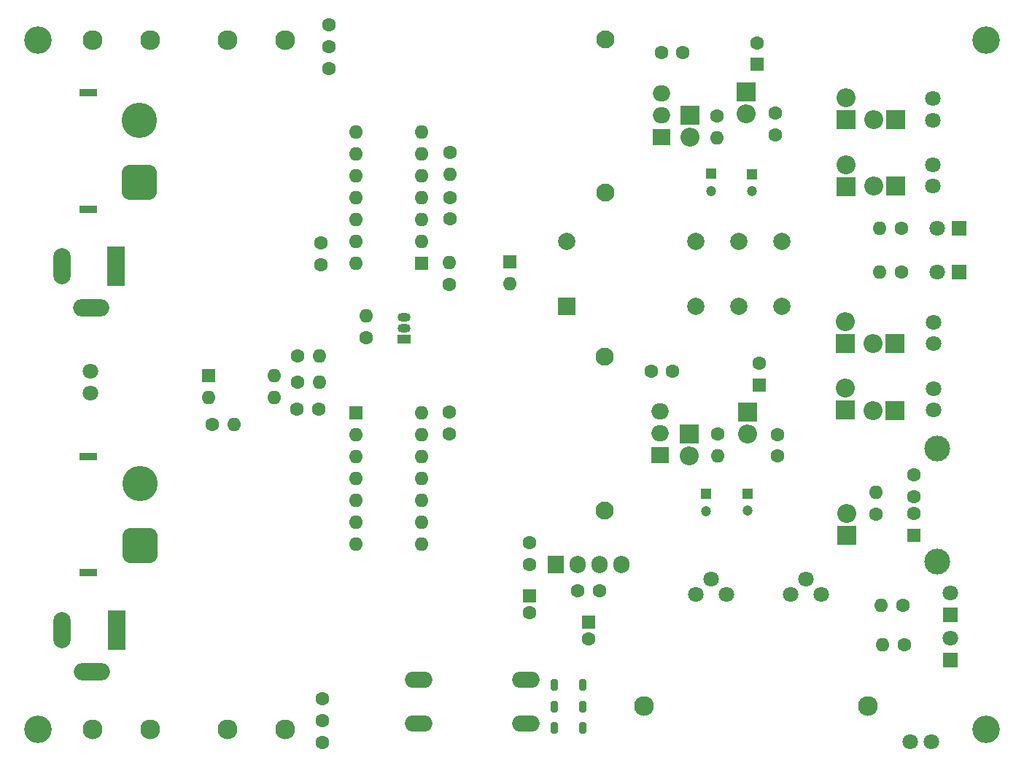
<source format=gbr>
%TF.GenerationSoftware,KiCad,Pcbnew,8.0.3*%
%TF.CreationDate,2024-07-10T23:22:52+09:00*%
%TF.ProjectId,power_6.6V,706f7765-725f-4362-9e36-562e6b696361,rev?*%
%TF.SameCoordinates,PX47868c0PY2faf080*%
%TF.FileFunction,Soldermask,Top*%
%TF.FilePolarity,Negative*%
%FSLAX46Y46*%
G04 Gerber Fmt 4.6, Leading zero omitted, Abs format (unit mm)*
G04 Created by KiCad (PCBNEW 8.0.3) date 2024-07-10 23:22:52*
%MOMM*%
%LPD*%
G01*
G04 APERTURE LIST*
G04 Aperture macros list*
%AMRoundRect*
0 Rectangle with rounded corners*
0 $1 Rounding radius*
0 $2 $3 $4 $5 $6 $7 $8 $9 X,Y pos of 4 corners*
0 Add a 4 corners polygon primitive as box body*
4,1,4,$2,$3,$4,$5,$6,$7,$8,$9,$2,$3,0*
0 Add four circle primitives for the rounded corners*
1,1,$1+$1,$2,$3*
1,1,$1+$1,$4,$5*
1,1,$1+$1,$6,$7*
1,1,$1+$1,$8,$9*
0 Add four rect primitives between the rounded corners*
20,1,$1+$1,$2,$3,$4,$5,0*
20,1,$1+$1,$4,$5,$6,$7,0*
20,1,$1+$1,$6,$7,$8,$9,0*
20,1,$1+$1,$8,$9,$2,$3,0*%
G04 Aperture macros list end*
%ADD10R,1.200000X1.200000*%
%ADD11C,1.200000*%
%ADD12R,2.200000X2.200000*%
%ADD13O,2.200000X2.200000*%
%ADD14C,1.600000*%
%ADD15O,1.600000X1.600000*%
%ADD16R,2.000000X4.600000*%
%ADD17O,2.000000X4.200000*%
%ADD18O,4.200000X2.000000*%
%ADD19R,1.500000X1.050000*%
%ADD20O,1.500000X1.050000*%
%ADD21R,1.800000X1.800000*%
%ADD22C,1.800000*%
%ADD23C,2.100000*%
%ADD24R,1.600000X1.600000*%
%ADD25C,2.000000*%
%ADD26R,2.000000X2.000000*%
%ADD27R,1.905000X2.000000*%
%ADD28O,1.905000X2.000000*%
%ADD29R,2.000000X0.900000*%
%ADD30RoundRect,1.025000X1.025000X-1.025000X1.025000X1.025000X-1.025000X1.025000X-1.025000X-1.025000X0*%
%ADD31C,4.100000*%
%ADD32C,2.300000*%
%ADD33R,1.500000X1.600000*%
%ADD34C,3.000000*%
%ADD35RoundRect,0.181818X-0.218182X-0.468182X0.218182X-0.468182X0.218182X0.468182X-0.218182X0.468182X0*%
%ADD36R,2.000000X1.905000*%
%ADD37O,2.000000X1.905000*%
%ADD38C,3.200000*%
%ADD39O,3.200000X1.900000*%
G04 APERTURE END LIST*
D10*
%TO.C,C9*%
X87376000Y-57676001D03*
D11*
X87376000Y-59676001D03*
%TD*%
D12*
%TO.C,D1*%
X98752766Y-14296400D03*
D13*
X98752766Y-11756400D03*
%TD*%
D14*
%TO.C,R2*%
X35117400Y-41676000D03*
D15*
X37657400Y-41676000D03*
%TD*%
D14*
%TO.C,R7*%
X105232200Y-26873200D03*
D15*
X102692200Y-26873200D03*
%TD*%
D16*
%TO.C,J1*%
X14097000Y-73518000D03*
D17*
X7797000Y-73518000D03*
D18*
X11197000Y-78318000D03*
%TD*%
D19*
%TO.C,Q1*%
X47503400Y-39720200D03*
D20*
X47503400Y-38450200D03*
X47503400Y-37180200D03*
%TD*%
D21*
%TO.C,D6*%
X110850200Y-77001200D03*
D22*
X110850200Y-74461200D03*
%TD*%
D12*
%TO.C,D4*%
X104470200Y-40231400D03*
D13*
X101930200Y-40231400D03*
%TD*%
D23*
%TO.C,REF\u002A\u002A*%
X70749999Y-59600000D03*
X70749999Y-41800000D03*
%TD*%
D24*
%TO.C,C16*%
X68884800Y-72567800D03*
D14*
X68884800Y-74567800D03*
%TD*%
%TO.C,C2*%
X52725800Y-48223400D03*
X52725800Y-50723400D03*
%TD*%
D23*
%TO.C,REF\u002A\u002A*%
X70849999Y-22700000D03*
X70849999Y-4900000D03*
%TD*%
D12*
%TO.C,D15*%
X87350600Y-48234600D03*
D13*
X87350600Y-50774600D03*
%TD*%
D21*
%TO.C,D8*%
X111866600Y-31978600D03*
D22*
X109326600Y-31978600D03*
%TD*%
D12*
%TO.C,D9*%
X98752766Y-22064634D03*
D13*
X98752766Y-19524634D03*
%TD*%
D12*
%TO.C,D2*%
X98670200Y-47931400D03*
D13*
X98670200Y-45391400D03*
%TD*%
D21*
%TO.C,D5*%
X110850200Y-71726200D03*
D22*
X110850200Y-69186200D03*
%TD*%
D25*
%TO.C,K1*%
X86349999Y-35900000D03*
X81349999Y-35900000D03*
X91349999Y-35900000D03*
X86349999Y-28400000D03*
X81349999Y-28400000D03*
X91349999Y-28400000D03*
D26*
X66349999Y-35900000D03*
D25*
X66349999Y-28400000D03*
%TD*%
D24*
%TO.C,U1*%
X24824800Y-43983000D03*
D15*
X24824800Y-46523000D03*
X32444800Y-46523000D03*
X32444800Y-43983000D03*
%TD*%
D12*
%TO.C,D10*%
X98670200Y-40231400D03*
D13*
X98670200Y-37691400D03*
%TD*%
D27*
%TO.C,U6*%
X65074800Y-65867400D03*
D28*
X67614800Y-65867400D03*
X70154800Y-65867400D03*
X72694800Y-65867400D03*
%TD*%
D12*
%TO.C,D11*%
X104521000Y-21996400D03*
D13*
X101981000Y-21996400D03*
%TD*%
D22*
%TO.C,J7*%
X11092600Y-43475200D03*
X11092600Y-45975200D03*
%TD*%
D14*
%TO.C,C6*%
X76163800Y-43484800D03*
X78663800Y-43484800D03*
%TD*%
D10*
%TO.C,C12*%
X83159600Y-20555200D03*
D11*
X83159600Y-22555200D03*
%TD*%
D22*
%TO.C,RV1*%
X84900000Y-69400000D03*
X83103949Y-67603949D03*
X81307898Y-69400000D03*
%TD*%
D14*
%TO.C,R3*%
X35121000Y-44773600D03*
D15*
X37661000Y-44773600D03*
%TD*%
D22*
%TO.C,J11*%
X108901400Y-47964400D03*
X108901400Y-45464400D03*
%TD*%
D14*
%TO.C,C11*%
X77357600Y-6477000D03*
X79857600Y-6477000D03*
%TD*%
%TO.C,C4*%
X37851400Y-31084200D03*
X37851400Y-28584200D03*
%TD*%
D29*
%TO.C,J5*%
X10776600Y-24657000D03*
X10776600Y-11157000D03*
D30*
X16776600Y-21507000D03*
D31*
X16776600Y-14307000D03*
%TD*%
D22*
%TO.C,RV2*%
X95940000Y-69410000D03*
X94143949Y-67613949D03*
X92347898Y-69410000D03*
%TD*%
D32*
%TO.C,F1*%
X33700000Y-85000000D03*
X27000000Y-85000000D03*
X18000000Y-85000000D03*
X11300000Y-85000000D03*
%TD*%
D24*
%TO.C,C15*%
X62052200Y-69529888D03*
D14*
X62052200Y-71529888D03*
%TD*%
D12*
%TO.C,D13*%
X98831400Y-62534800D03*
D13*
X98831400Y-59994800D03*
%TD*%
D21*
%TO.C,D7*%
X111887000Y-26847800D03*
D22*
X109347000Y-26847800D03*
%TD*%
D10*
%TO.C,C14*%
X87884000Y-20580600D03*
D11*
X87884000Y-22580600D03*
%TD*%
D14*
%TO.C,R11*%
X102250000Y-60080000D03*
D15*
X102250000Y-57540000D03*
%TD*%
D33*
%TO.C,J12*%
X106640000Y-62500000D03*
D14*
X106640000Y-60000000D03*
X106640000Y-58000000D03*
X106640000Y-55500000D03*
D34*
X109350000Y-65570000D03*
X109350000Y-52430000D03*
%TD*%
D12*
%TO.C,D12*%
X104470200Y-48031400D03*
D13*
X101930200Y-48031400D03*
%TD*%
D35*
%TO.C,SW4*%
X64950000Y-79900000D03*
X64950000Y-82400000D03*
X64950000Y-84900000D03*
X68250000Y-84900000D03*
X68250000Y-82400000D03*
X68250000Y-79900000D03*
%TD*%
D36*
%TO.C,U5*%
X77349999Y-16300000D03*
D37*
X77349999Y-13760000D03*
X77349999Y-11220000D03*
%TD*%
D14*
%TO.C,SW3*%
X38735000Y-8356600D03*
X38735000Y-5816600D03*
X38735000Y-3276600D03*
%TD*%
%TO.C,C13*%
X90540000Y-13510000D03*
X90540000Y-16010000D03*
%TD*%
%TO.C,R5*%
X105395200Y-70626200D03*
D15*
X102855200Y-70626200D03*
%TD*%
D14*
%TO.C,R13*%
X83820000Y-13839400D03*
D15*
X83820000Y-16379400D03*
%TD*%
D38*
%TO.C,REF\u002A\u002A*%
X115000000Y-85000000D03*
%TD*%
D14*
%TO.C,SW2*%
X38000000Y-81460000D03*
X38000000Y-84000000D03*
X38000000Y-86540000D03*
%TD*%
D12*
%TO.C,D3*%
X104521000Y-14296400D03*
D13*
X101981000Y-14296400D03*
%TD*%
D14*
%TO.C,C17*%
X62052200Y-65898400D03*
X62052200Y-63398400D03*
%TD*%
D10*
%TO.C,C7*%
X82550000Y-57726801D03*
D11*
X82550000Y-59726801D03*
%TD*%
D24*
%TO.C,C5*%
X88747600Y-45034200D03*
D14*
X88747600Y-42534200D03*
%TD*%
D12*
%TO.C,D17*%
X87198200Y-10998200D03*
D13*
X87198200Y-13538200D03*
%TD*%
D38*
%TO.C,REF\u002A\u002A*%
X5000000Y-85000000D03*
%TD*%
D22*
%TO.C,J8*%
X108876000Y-14301800D03*
X108876000Y-11801800D03*
%TD*%
D12*
%TO.C,D16*%
X80619600Y-50723800D03*
D13*
X80619600Y-53263800D03*
%TD*%
D22*
%TO.C,J10*%
X108876000Y-22001800D03*
X108876000Y-19501800D03*
%TD*%
D38*
%TO.C,REF\u002A\u002A*%
X5000000Y-5000000D03*
%TD*%
D32*
%TO.C,REF\u002A\u002A*%
X75300000Y-82300000D03*
X101300000Y-82300000D03*
%TD*%
D36*
%TO.C,U4*%
X77194999Y-53240000D03*
D37*
X77194999Y-50700000D03*
X77194999Y-48160000D03*
%TD*%
D24*
%TO.C,D14*%
X59720800Y-30801515D03*
D15*
X59720800Y-33341515D03*
%TD*%
D14*
%TO.C,R8*%
X105257600Y-31978600D03*
D15*
X102717600Y-31978600D03*
%TD*%
D14*
%TO.C,R9*%
X52761200Y-33421000D03*
D15*
X52761200Y-30881000D03*
%TD*%
D14*
%TO.C,R4*%
X52812000Y-18068600D03*
D15*
X52812000Y-20608600D03*
%TD*%
D24*
%TO.C,U2*%
X41890000Y-48280000D03*
D15*
X41890000Y-50820000D03*
X41890000Y-53360000D03*
X41890000Y-55900000D03*
X41890000Y-58440000D03*
X41890000Y-60980000D03*
X41890000Y-63520000D03*
X49510000Y-63520000D03*
X49510000Y-60980000D03*
X49510000Y-58440000D03*
X49510000Y-55900000D03*
X49510000Y-53360000D03*
X49510000Y-50820000D03*
X49510000Y-48280000D03*
%TD*%
D16*
%TO.C,J2*%
X14072400Y-31292800D03*
D17*
X7772400Y-31292800D03*
D18*
X11172400Y-36092800D03*
%TD*%
D39*
%TO.C,SW1*%
X49130000Y-79320000D03*
X61630000Y-79320000D03*
X49130000Y-84320000D03*
X61630000Y-84320000D03*
%TD*%
D14*
%TO.C,C3*%
X52837400Y-25775600D03*
X52837400Y-23275600D03*
%TD*%
D12*
%TO.C,D18*%
X80670400Y-13741400D03*
D13*
X80670400Y-16281400D03*
%TD*%
D22*
%TO.C,J13*%
X106200000Y-86500000D03*
X108700000Y-86500000D03*
%TD*%
D14*
%TO.C,R6*%
X105550200Y-75226200D03*
D15*
X103010200Y-75226200D03*
%TD*%
D14*
%TO.C,C18*%
X67660200Y-68910200D03*
X70160200Y-68910200D03*
%TD*%
D32*
%TO.C,F2*%
X33700000Y-5000000D03*
X27000000Y-5000000D03*
X18000000Y-5000000D03*
X11300000Y-5000000D03*
%TD*%
D38*
%TO.C,REF\u002A\u002A*%
X115000000Y-5000000D03*
%TD*%
D14*
%TO.C,C8*%
X90840000Y-50810000D03*
X90840000Y-53310000D03*
%TD*%
D24*
%TO.C,C10*%
X88442800Y-7848600D03*
D14*
X88442800Y-5348600D03*
%TD*%
D29*
%TO.C,J3*%
X10802000Y-66856800D03*
X10802000Y-53356800D03*
D30*
X16802000Y-63706800D03*
D31*
X16802000Y-56506800D03*
%TD*%
D14*
%TO.C,C1*%
X37544800Y-47873600D03*
X35044800Y-47873600D03*
%TD*%
D22*
%TO.C,J9*%
X108901400Y-40264400D03*
X108901400Y-37764400D03*
%TD*%
D24*
%TO.C,U3*%
X49520000Y-30901400D03*
D15*
X49520000Y-28361400D03*
X49520000Y-25821400D03*
X49520000Y-23281400D03*
X49520000Y-20741400D03*
X49520000Y-18201400D03*
X49520000Y-15661400D03*
X41900000Y-15661400D03*
X41900000Y-18201400D03*
X41900000Y-20741400D03*
X41900000Y-23281400D03*
X41900000Y-25821400D03*
X41900000Y-28361400D03*
X41900000Y-30901400D03*
%TD*%
D14*
%TO.C,R10*%
X43083800Y-39596800D03*
D15*
X43083800Y-37056800D03*
%TD*%
D14*
%TO.C,R12*%
X83870800Y-50745600D03*
D15*
X83870800Y-53285600D03*
%TD*%
D14*
%TO.C,R1*%
X25174800Y-49658000D03*
D15*
X27714800Y-49658000D03*
%TD*%
M02*

</source>
